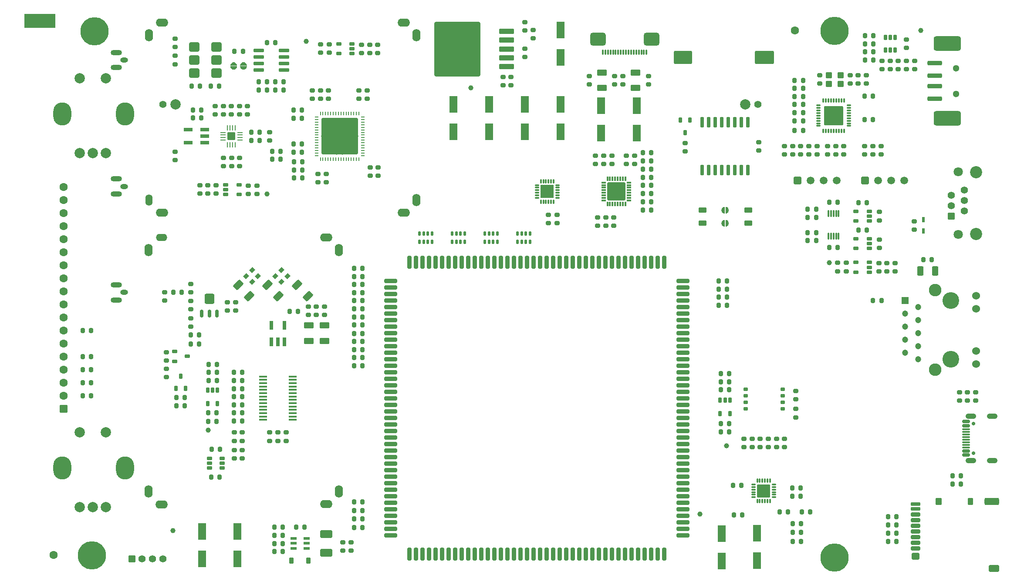
<source format=gbs>
G04*
G04 #@! TF.GenerationSoftware,Altium Limited,Altium Designer,24.4.1 (13)*
G04*
G04 Layer_Color=16711935*
%FSLAX25Y25*%
%MOIN*%
G70*
G04*
G04 #@! TF.SameCoordinates,9BA34CE2-F453-49C1-9203-2D8BC28E9390*
G04*
G04*
G04 #@! TF.FilePolarity,Negative*
G04*
G01*
G75*
G04:AMPARAMS|DCode=17|XSize=35.43mil|YSize=16.73mil|CornerRadius=2.93mil|HoleSize=0mil|Usage=FLASHONLY|Rotation=90.000|XOffset=0mil|YOffset=0mil|HoleType=Round|Shape=RoundedRectangle|*
%AMROUNDEDRECTD17*
21,1,0.03543,0.01088,0,0,90.0*
21,1,0.02958,0.01673,0,0,90.0*
1,1,0.00586,0.00544,0.01479*
1,1,0.00586,0.00544,-0.01479*
1,1,0.00586,-0.00544,-0.01479*
1,1,0.00586,-0.00544,0.01479*
%
%ADD17ROUNDEDRECTD17*%
G04:AMPARAMS|DCode=24|XSize=31.5mil|YSize=37.4mil|CornerRadius=5.2mil|HoleSize=0mil|Usage=FLASHONLY|Rotation=90.000|XOffset=0mil|YOffset=0mil|HoleType=Round|Shape=RoundedRectangle|*
%AMROUNDEDRECTD24*
21,1,0.03150,0.02701,0,0,90.0*
21,1,0.02110,0.03740,0,0,90.0*
1,1,0.01039,0.01350,0.01055*
1,1,0.01039,0.01350,-0.01055*
1,1,0.01039,-0.01350,-0.01055*
1,1,0.01039,-0.01350,0.01055*
%
%ADD24ROUNDEDRECTD24*%
%ADD25O,0.06299X0.09449*%
%ADD26O,0.09449X0.06299*%
%ADD27O,0.08661X0.05512*%
%ADD28O,0.05512X0.08661*%
%ADD29C,0.07087*%
G04:AMPARAMS|DCode=30|XSize=55.43mil|YSize=55.43mil|CornerRadius=9.7mil|HoleSize=0mil|Usage=FLASHONLY|Rotation=270.000|XOffset=0mil|YOffset=0mil|HoleType=Round|Shape=RoundedRectangle|*
%AMROUNDEDRECTD30*
21,1,0.05543,0.03603,0,0,270.0*
21,1,0.03603,0.05543,0,0,270.0*
1,1,0.01940,-0.01802,-0.01802*
1,1,0.01940,-0.01802,0.01802*
1,1,0.01940,0.01802,0.01802*
1,1,0.01940,0.01802,-0.01802*
%
%ADD30ROUNDEDRECTD30*%
%ADD31C,0.05543*%
%ADD32C,0.09291*%
%ADD33C,0.05118*%
%ADD34C,0.05906*%
G04:AMPARAMS|DCode=35|XSize=59.06mil|YSize=59.06mil|CornerRadius=10.34mil|HoleSize=0mil|Usage=FLASHONLY|Rotation=180.000|XOffset=0mil|YOffset=0mil|HoleType=Round|Shape=RoundedRectangle|*
%AMROUNDEDRECTD35*
21,1,0.05906,0.03839,0,0,180.0*
21,1,0.03839,0.05906,0,0,180.0*
1,1,0.02067,-0.01919,0.01919*
1,1,0.02067,0.01919,0.01919*
1,1,0.02067,0.01919,-0.01919*
1,1,0.02067,-0.01919,-0.01919*
%
%ADD35ROUNDEDRECTD35*%
G04:AMPARAMS|DCode=36|XSize=55.12mil|YSize=55.12mil|CornerRadius=9.65mil|HoleSize=0mil|Usage=FLASHONLY|Rotation=180.000|XOffset=0mil|YOffset=0mil|HoleType=Round|Shape=RoundedRectangle|*
%AMROUNDEDRECTD36*
21,1,0.05512,0.03583,0,0,180.0*
21,1,0.03583,0.05512,0,0,180.0*
1,1,0.01929,-0.01791,0.01791*
1,1,0.01929,0.01791,0.01791*
1,1,0.01929,0.01791,-0.01791*
1,1,0.01929,-0.01791,-0.01791*
%
%ADD36ROUNDEDRECTD36*%
%ADD37C,0.05512*%
%ADD38C,0.21654*%
%ADD39O,0.13780X0.17717*%
%ADD40C,0.07874*%
%ADD41C,0.06299*%
G04:AMPARAMS|DCode=42|XSize=62.99mil|YSize=62.99mil|CornerRadius=11.02mil|HoleSize=0mil|Usage=FLASHONLY|Rotation=270.000|XOffset=0mil|YOffset=0mil|HoleType=Round|Shape=RoundedRectangle|*
%AMROUNDEDRECTD42*
21,1,0.06299,0.04095,0,0,270.0*
21,1,0.04095,0.06299,0,0,270.0*
1,1,0.02205,-0.02047,-0.02047*
1,1,0.02205,-0.02047,0.02047*
1,1,0.02205,0.02047,0.02047*
1,1,0.02205,0.02047,-0.02047*
%
%ADD42ROUNDEDRECTD42*%
%ADD43C,0.12795*%
%ADD44C,0.09626*%
%ADD45C,0.04724*%
%ADD46C,0.06024*%
%ADD47R,0.05504X0.05504*%
%ADD48O,0.08268X0.04134*%
%ADD49C,0.02756*%
%ADD50C,0.03950*%
G04:AMPARAMS|DCode=58|XSize=51.18mil|YSize=59.06mil|CornerRadius=8.96mil|HoleSize=0mil|Usage=FLASHONLY|Rotation=270.000|XOffset=0mil|YOffset=0mil|HoleType=Round|Shape=RoundedRectangle|*
%AMROUNDEDRECTD58*
21,1,0.05118,0.04114,0,0,270.0*
21,1,0.03327,0.05906,0,0,270.0*
1,1,0.01791,-0.02057,-0.01663*
1,1,0.01791,-0.02057,0.01663*
1,1,0.01791,0.02057,0.01663*
1,1,0.01791,0.02057,-0.01663*
%
%ADD58ROUNDEDRECTD58*%
G04:AMPARAMS|DCode=59|XSize=31.5mil|YSize=70.87mil|CornerRadius=5.51mil|HoleSize=0mil|Usage=FLASHONLY|Rotation=270.000|XOffset=0mil|YOffset=0mil|HoleType=Round|Shape=RoundedRectangle|*
%AMROUNDEDRECTD59*
21,1,0.03150,0.05984,0,0,270.0*
21,1,0.02047,0.07087,0,0,270.0*
1,1,0.01102,-0.02992,-0.01024*
1,1,0.01102,-0.02992,0.01024*
1,1,0.01102,0.02992,0.01024*
1,1,0.01102,0.02992,-0.01024*
%
%ADD59ROUNDEDRECTD59*%
G04:AMPARAMS|DCode=60|XSize=29.53mil|YSize=70.87mil|CornerRadius=5.17mil|HoleSize=0mil|Usage=FLASHONLY|Rotation=270.000|XOffset=0mil|YOffset=0mil|HoleType=Round|Shape=RoundedRectangle|*
%AMROUNDEDRECTD60*
21,1,0.02953,0.06053,0,0,270.0*
21,1,0.01919,0.07087,0,0,270.0*
1,1,0.01034,-0.03027,-0.00960*
1,1,0.01034,-0.03027,0.00960*
1,1,0.01034,0.03027,0.00960*
1,1,0.01034,0.03027,-0.00960*
%
%ADD60ROUNDEDRECTD60*%
G04:AMPARAMS|DCode=61|XSize=55.12mil|YSize=110.24mil|CornerRadius=9.65mil|HoleSize=0mil|Usage=FLASHONLY|Rotation=270.000|XOffset=0mil|YOffset=0mil|HoleType=Round|Shape=RoundedRectangle|*
%AMROUNDEDRECTD61*
21,1,0.05512,0.09095,0,0,270.0*
21,1,0.03583,0.11024,0,0,270.0*
1,1,0.01929,-0.04547,-0.01791*
1,1,0.01929,-0.04547,0.01791*
1,1,0.01929,0.04547,0.01791*
1,1,0.01929,0.04547,-0.01791*
%
%ADD61ROUNDEDRECTD61*%
G04:AMPARAMS|DCode=62|XSize=55.12mil|YSize=39.37mil|CornerRadius=6.89mil|HoleSize=0mil|Usage=FLASHONLY|Rotation=270.000|XOffset=0mil|YOffset=0mil|HoleType=Round|Shape=RoundedRectangle|*
%AMROUNDEDRECTD62*
21,1,0.05512,0.02559,0,0,270.0*
21,1,0.04134,0.03937,0,0,270.0*
1,1,0.01378,-0.01280,-0.02067*
1,1,0.01378,-0.01280,0.02067*
1,1,0.01378,0.01280,0.02067*
1,1,0.01378,0.01280,-0.02067*
%
%ADD62ROUNDEDRECTD62*%
G04:AMPARAMS|DCode=63|XSize=55.12mil|YSize=47.24mil|CornerRadius=8.27mil|HoleSize=0mil|Usage=FLASHONLY|Rotation=270.000|XOffset=0mil|YOffset=0mil|HoleType=Round|Shape=RoundedRectangle|*
%AMROUNDEDRECTD63*
21,1,0.05512,0.03071,0,0,270.0*
21,1,0.03858,0.04724,0,0,270.0*
1,1,0.01654,-0.01535,-0.01929*
1,1,0.01654,-0.01535,0.01929*
1,1,0.01654,0.01535,0.01929*
1,1,0.01654,0.01535,-0.01929*
%
%ADD63ROUNDEDRECTD63*%
G04:AMPARAMS|DCode=64|XSize=51.18mil|YSize=78.74mil|CornerRadius=8.96mil|HoleSize=0mil|Usage=FLASHONLY|Rotation=270.000|XOffset=0mil|YOffset=0mil|HoleType=Round|Shape=RoundedRectangle|*
%AMROUNDEDRECTD64*
21,1,0.05118,0.06083,0,0,270.0*
21,1,0.03327,0.07874,0,0,270.0*
1,1,0.01791,-0.03041,-0.01663*
1,1,0.01791,-0.03041,0.01663*
1,1,0.01791,0.03041,0.01663*
1,1,0.01791,0.03041,-0.01663*
%
%ADD64ROUNDEDRECTD64*%
G04:AMPARAMS|DCode=65|XSize=78.74mil|YSize=74.8mil|CornerRadius=12.34mil|HoleSize=0mil|Usage=FLASHONLY|Rotation=90.000|XOffset=0mil|YOffset=0mil|HoleType=Round|Shape=RoundedRectangle|*
%AMROUNDEDRECTD65*
21,1,0.07874,0.05012,0,0,90.0*
21,1,0.05406,0.07480,0,0,90.0*
1,1,0.02468,0.02506,0.02703*
1,1,0.02468,0.02506,-0.02703*
1,1,0.02468,-0.02506,-0.02703*
1,1,0.02468,-0.02506,0.02703*
%
%ADD65ROUNDEDRECTD65*%
G04:AMPARAMS|DCode=66|XSize=56.69mil|YSize=23.62mil|CornerRadius=3.9mil|HoleSize=0mil|Usage=FLASHONLY|Rotation=270.000|XOffset=0mil|YOffset=0mil|HoleType=Round|Shape=RoundedRectangle|*
%AMROUNDEDRECTD66*
21,1,0.05669,0.01583,0,0,270.0*
21,1,0.04890,0.02362,0,0,270.0*
1,1,0.00780,-0.00791,-0.02445*
1,1,0.00780,-0.00791,0.02445*
1,1,0.00780,0.00791,0.02445*
1,1,0.00780,0.00791,-0.02445*
%
%ADD66ROUNDEDRECTD66*%
G04:AMPARAMS|DCode=67|XSize=110.24mil|YSize=35.43mil|CornerRadius=8.86mil|HoleSize=0mil|Usage=FLASHONLY|Rotation=180.000|XOffset=0mil|YOffset=0mil|HoleType=Round|Shape=RoundedRectangle|*
%AMROUNDEDRECTD67*
21,1,0.11024,0.01772,0,0,180.0*
21,1,0.09252,0.03543,0,0,180.0*
1,1,0.01772,-0.04626,0.00886*
1,1,0.01772,0.04626,0.00886*
1,1,0.01772,0.04626,-0.00886*
1,1,0.01772,-0.04626,-0.00886*
%
%ADD67ROUNDEDRECTD67*%
G04:AMPARAMS|DCode=68|XSize=208.66mil|YSize=110.24mil|CornerRadius=16.54mil|HoleSize=0mil|Usage=FLASHONLY|Rotation=180.000|XOffset=0mil|YOffset=0mil|HoleType=Round|Shape=RoundedRectangle|*
%AMROUNDEDRECTD68*
21,1,0.20866,0.07717,0,0,180.0*
21,1,0.17559,0.11024,0,0,180.0*
1,1,0.03307,-0.08780,0.03858*
1,1,0.03307,0.08780,0.03858*
1,1,0.03307,0.08780,-0.03858*
1,1,0.03307,-0.08780,-0.03858*
%
%ADD68ROUNDEDRECTD68*%
G04:AMPARAMS|DCode=69|XSize=47.64mil|YSize=71.65mil|CornerRadius=7.86mil|HoleSize=0mil|Usage=FLASHONLY|Rotation=0.000|XOffset=0mil|YOffset=0mil|HoleType=Round|Shape=RoundedRectangle|*
%AMROUNDEDRECTD69*
21,1,0.04764,0.05593,0,0,0.0*
21,1,0.03192,0.07165,0,0,0.0*
1,1,0.01572,0.01596,-0.02797*
1,1,0.01572,-0.01596,-0.02797*
1,1,0.01572,-0.01596,0.02797*
1,1,0.01572,0.01596,0.02797*
%
%ADD69ROUNDEDRECTD69*%
G04:AMPARAMS|DCode=70|XSize=23.62mil|YSize=39.37mil|CornerRadius=3.54mil|HoleSize=0mil|Usage=FLASHONLY|Rotation=180.000|XOffset=0mil|YOffset=0mil|HoleType=Round|Shape=RoundedRectangle|*
%AMROUNDEDRECTD70*
21,1,0.02362,0.03228,0,0,180.0*
21,1,0.01654,0.03937,0,0,180.0*
1,1,0.00709,-0.00827,0.01614*
1,1,0.00709,0.00827,0.01614*
1,1,0.00709,0.00827,-0.01614*
1,1,0.00709,-0.00827,-0.01614*
%
%ADD70ROUNDEDRECTD70*%
G04:AMPARAMS|DCode=71|XSize=353.94mil|YSize=417.32mil|CornerRadius=12.39mil|HoleSize=0mil|Usage=FLASHONLY|Rotation=180.000|XOffset=0mil|YOffset=0mil|HoleType=Round|Shape=RoundedRectangle|*
%AMROUNDEDRECTD71*
21,1,0.35394,0.39255,0,0,180.0*
21,1,0.32916,0.41732,0,0,180.0*
1,1,0.02478,-0.16458,0.19627*
1,1,0.02478,0.16458,0.19627*
1,1,0.02478,0.16458,-0.19627*
1,1,0.02478,-0.16458,-0.19627*
%
%ADD71ROUNDEDRECTD71*%
G04:AMPARAMS|DCode=72|XSize=115.75mil|YSize=41.34mil|CornerRadius=6.82mil|HoleSize=0mil|Usage=FLASHONLY|Rotation=0.000|XOffset=0mil|YOffset=0mil|HoleType=Round|Shape=RoundedRectangle|*
%AMROUNDEDRECTD72*
21,1,0.11575,0.02770,0,0,0.0*
21,1,0.10211,0.04134,0,0,0.0*
1,1,0.01364,0.05105,-0.01385*
1,1,0.01364,-0.05105,-0.01385*
1,1,0.01364,-0.05105,0.01385*
1,1,0.01364,0.05105,0.01385*
%
%ADD72ROUNDEDRECTD72*%
G04:AMPARAMS|DCode=73|XSize=59.06mil|YSize=43.31mil|CornerRadius=7.58mil|HoleSize=0mil|Usage=FLASHONLY|Rotation=0.000|XOffset=0mil|YOffset=0mil|HoleType=Round|Shape=RoundedRectangle|*
%AMROUNDEDRECTD73*
21,1,0.05906,0.02815,0,0,0.0*
21,1,0.04390,0.04331,0,0,0.0*
1,1,0.01516,0.02195,-0.01408*
1,1,0.01516,-0.02195,-0.01408*
1,1,0.01516,-0.02195,0.01408*
1,1,0.01516,0.02195,0.01408*
%
%ADD73ROUNDEDRECTD73*%
%ADD74O,0.01181X0.05709*%
G04:AMPARAMS|DCode=75|XSize=9.84mil|YSize=43.31mil|CornerRadius=1.72mil|HoleSize=0mil|Usage=FLASHONLY|Rotation=270.000|XOffset=0mil|YOffset=0mil|HoleType=Round|Shape=RoundedRectangle|*
%AMROUNDEDRECTD75*
21,1,0.00984,0.03986,0,0,270.0*
21,1,0.00640,0.04331,0,0,270.0*
1,1,0.00345,-0.01993,-0.00320*
1,1,0.00345,-0.01993,0.00320*
1,1,0.00345,0.01993,0.00320*
1,1,0.00345,0.01993,-0.00320*
%
%ADD75ROUNDEDRECTD75*%
G04:AMPARAMS|DCode=76|XSize=9.84mil|YSize=43.31mil|CornerRadius=1.72mil|HoleSize=0mil|Usage=FLASHONLY|Rotation=180.000|XOffset=0mil|YOffset=0mil|HoleType=Round|Shape=RoundedRectangle|*
%AMROUNDEDRECTD76*
21,1,0.00984,0.03986,0,0,180.0*
21,1,0.00640,0.04331,0,0,180.0*
1,1,0.00345,-0.00320,0.01993*
1,1,0.00345,0.00320,0.01993*
1,1,0.00345,0.00320,-0.01993*
1,1,0.00345,-0.00320,-0.01993*
%
%ADD76ROUNDEDRECTD76*%
G04:AMPARAMS|DCode=77|XSize=57.09mil|YSize=57.09mil|CornerRadius=2.85mil|HoleSize=0mil|Usage=FLASHONLY|Rotation=180.000|XOffset=0mil|YOffset=0mil|HoleType=Round|Shape=RoundedRectangle|*
%AMROUNDEDRECTD77*
21,1,0.05709,0.05138,0,0,180.0*
21,1,0.05138,0.05709,0,0,180.0*
1,1,0.00571,-0.02569,0.02569*
1,1,0.00571,0.02569,0.02569*
1,1,0.00571,0.02569,-0.02569*
1,1,0.00571,-0.02569,-0.02569*
%
%ADD77ROUNDEDRECTD77*%
G04:AMPARAMS|DCode=78|XSize=78.74mil|YSize=70.87mil|CornerRadius=11.69mil|HoleSize=0mil|Usage=FLASHONLY|Rotation=0.000|XOffset=0mil|YOffset=0mil|HoleType=Round|Shape=RoundedRectangle|*
%AMROUNDEDRECTD78*
21,1,0.07874,0.04748,0,0,0.0*
21,1,0.05535,0.07087,0,0,0.0*
1,1,0.02339,0.02768,-0.02374*
1,1,0.02339,-0.02768,-0.02374*
1,1,0.02339,-0.02768,0.02374*
1,1,0.02339,0.02768,0.02374*
%
%ADD78ROUNDEDRECTD78*%
G04:AMPARAMS|DCode=79|XSize=43.31mil|YSize=23.62mil|CornerRadius=4.13mil|HoleSize=0mil|Usage=FLASHONLY|Rotation=180.000|XOffset=0mil|YOffset=0mil|HoleType=Round|Shape=RoundedRectangle|*
%AMROUNDEDRECTD79*
21,1,0.04331,0.01535,0,0,180.0*
21,1,0.03504,0.02362,0,0,180.0*
1,1,0.00827,-0.01752,0.00768*
1,1,0.00827,0.01752,0.00768*
1,1,0.00827,0.01752,-0.00768*
1,1,0.00827,-0.01752,-0.00768*
%
%ADD79ROUNDEDRECTD79*%
G04:AMPARAMS|DCode=80|XSize=23.62mil|YSize=31.5mil|CornerRadius=4.13mil|HoleSize=0mil|Usage=FLASHONLY|Rotation=90.000|XOffset=0mil|YOffset=0mil|HoleType=Round|Shape=RoundedRectangle|*
%AMROUNDEDRECTD80*
21,1,0.02362,0.02323,0,0,90.0*
21,1,0.01535,0.03150,0,0,90.0*
1,1,0.00827,0.01161,0.00768*
1,1,0.00827,0.01161,-0.00768*
1,1,0.00827,-0.01161,-0.00768*
1,1,0.00827,-0.01161,0.00768*
%
%ADD80ROUNDEDRECTD80*%
G04:AMPARAMS|DCode=81|XSize=47.24mil|YSize=47.24mil|CornerRadius=7.8mil|HoleSize=0mil|Usage=FLASHONLY|Rotation=270.000|XOffset=0mil|YOffset=0mil|HoleType=Round|Shape=RoundedRectangle|*
%AMROUNDEDRECTD81*
21,1,0.04724,0.03165,0,0,270.0*
21,1,0.03165,0.04724,0,0,270.0*
1,1,0.01559,-0.01583,-0.01583*
1,1,0.01559,-0.01583,0.01583*
1,1,0.01559,0.01583,0.01583*
1,1,0.01559,0.01583,-0.01583*
%
%ADD81ROUNDEDRECTD81*%
G04:AMPARAMS|DCode=82|XSize=41.73mil|YSize=19.68mil|CornerRadius=1.97mil|HoleSize=0mil|Usage=FLASHONLY|Rotation=270.000|XOffset=0mil|YOffset=0mil|HoleType=Round|Shape=RoundedRectangle|*
%AMROUNDEDRECTD82*
21,1,0.04173,0.01575,0,0,270.0*
21,1,0.03780,0.01968,0,0,270.0*
1,1,0.00394,-0.00787,-0.01890*
1,1,0.00394,-0.00787,0.01890*
1,1,0.00394,0.00787,0.01890*
1,1,0.00394,0.00787,-0.01890*
%
%ADD82ROUNDEDRECTD82*%
G04:AMPARAMS|DCode=83|XSize=35.83mil|YSize=48.03mil|CornerRadius=6.27mil|HoleSize=0mil|Usage=FLASHONLY|Rotation=180.000|XOffset=0mil|YOffset=0mil|HoleType=Round|Shape=RoundedRectangle|*
%AMROUNDEDRECTD83*
21,1,0.03583,0.03549,0,0,180.0*
21,1,0.02329,0.04803,0,0,180.0*
1,1,0.01254,-0.01164,0.01775*
1,1,0.01254,0.01164,0.01775*
1,1,0.01254,0.01164,-0.01775*
1,1,0.01254,-0.01164,-0.01775*
%
%ADD83ROUNDEDRECTD83*%
G04:AMPARAMS|DCode=84|XSize=68.9mil|YSize=29.92mil|CornerRadius=2.99mil|HoleSize=0mil|Usage=FLASHONLY|Rotation=0.000|XOffset=0mil|YOffset=0mil|HoleType=Round|Shape=RoundedRectangle|*
%AMROUNDEDRECTD84*
21,1,0.06890,0.02394,0,0,0.0*
21,1,0.06291,0.02992,0,0,0.0*
1,1,0.00598,0.03146,-0.01197*
1,1,0.00598,-0.03146,-0.01197*
1,1,0.00598,-0.03146,0.01197*
1,1,0.00598,0.03146,0.01197*
%
%ADD84ROUNDEDRECTD84*%
G04:AMPARAMS|DCode=85|XSize=59.06mil|YSize=94.49mil|CornerRadius=10.34mil|HoleSize=0mil|Usage=FLASHONLY|Rotation=90.000|XOffset=0mil|YOffset=0mil|HoleType=Round|Shape=RoundedRectangle|*
%AMROUNDEDRECTD85*
21,1,0.05906,0.07382,0,0,90.0*
21,1,0.03839,0.09449,0,0,90.0*
1,1,0.02067,0.03691,0.01919*
1,1,0.02067,0.03691,-0.01919*
1,1,0.02067,-0.03691,-0.01919*
1,1,0.02067,-0.03691,0.01919*
%
%ADD85ROUNDEDRECTD85*%
G04:AMPARAMS|DCode=86|XSize=23.62mil|YSize=78.74mil|CornerRadius=4.13mil|HoleSize=0mil|Usage=FLASHONLY|Rotation=0.000|XOffset=0mil|YOffset=0mil|HoleType=Round|Shape=RoundedRectangle|*
%AMROUNDEDRECTD86*
21,1,0.02362,0.07047,0,0,0.0*
21,1,0.01535,0.07874,0,0,0.0*
1,1,0.00827,0.00768,-0.03524*
1,1,0.00827,-0.00768,-0.03524*
1,1,0.00827,-0.00768,0.03524*
1,1,0.00827,0.00768,0.03524*
%
%ADD86ROUNDEDRECTD86*%
G04:AMPARAMS|DCode=87|XSize=30.32mil|YSize=10.24mil|CornerRadius=1.69mil|HoleSize=0mil|Usage=FLASHONLY|Rotation=180.000|XOffset=0mil|YOffset=0mil|HoleType=Round|Shape=RoundedRectangle|*
%AMROUNDEDRECTD87*
21,1,0.03032,0.00686,0,0,180.0*
21,1,0.02694,0.01024,0,0,180.0*
1,1,0.00338,-0.01347,0.00343*
1,1,0.00338,0.01347,0.00343*
1,1,0.00338,0.01347,-0.00343*
1,1,0.00338,-0.01347,-0.00343*
%
%ADD87ROUNDEDRECTD87*%
G04:AMPARAMS|DCode=88|XSize=30.32mil|YSize=10.24mil|CornerRadius=1.69mil|HoleSize=0mil|Usage=FLASHONLY|Rotation=90.000|XOffset=0mil|YOffset=0mil|HoleType=Round|Shape=RoundedRectangle|*
%AMROUNDEDRECTD88*
21,1,0.03032,0.00686,0,0,90.0*
21,1,0.02694,0.01024,0,0,90.0*
1,1,0.00338,0.00343,0.01347*
1,1,0.00338,0.00343,-0.01347*
1,1,0.00338,-0.00343,-0.01347*
1,1,0.00338,-0.00343,0.01347*
%
%ADD88ROUNDEDRECTD88*%
G04:AMPARAMS|DCode=89|XSize=98.43mil|YSize=98.43mil|CornerRadius=4.92mil|HoleSize=0mil|Usage=FLASHONLY|Rotation=0.000|XOffset=0mil|YOffset=0mil|HoleType=Round|Shape=RoundedRectangle|*
%AMROUNDEDRECTD89*
21,1,0.09843,0.08858,0,0,0.0*
21,1,0.08858,0.09843,0,0,0.0*
1,1,0.00984,0.04429,-0.04429*
1,1,0.00984,-0.04429,-0.04429*
1,1,0.00984,-0.04429,0.04429*
1,1,0.00984,0.04429,0.04429*
%
%ADD89ROUNDEDRECTD89*%
G04:AMPARAMS|DCode=90|XSize=145.67mil|YSize=145.67mil|CornerRadius=7.28mil|HoleSize=0mil|Usage=FLASHONLY|Rotation=180.000|XOffset=0mil|YOffset=0mil|HoleType=Round|Shape=RoundedRectangle|*
%AMROUNDEDRECTD90*
21,1,0.14567,0.13110,0,0,180.0*
21,1,0.13110,0.14567,0,0,180.0*
1,1,0.01457,-0.06555,0.06555*
1,1,0.01457,0.06555,0.06555*
1,1,0.01457,0.06555,-0.06555*
1,1,0.01457,-0.06555,-0.06555*
%
%ADD90ROUNDEDRECTD90*%
G04:AMPARAMS|DCode=91|XSize=31.89mil|YSize=10.63mil|CornerRadius=1.75mil|HoleSize=0mil|Usage=FLASHONLY|Rotation=90.000|XOffset=0mil|YOffset=0mil|HoleType=Round|Shape=RoundedRectangle|*
%AMROUNDEDRECTD91*
21,1,0.03189,0.00712,0,0,90.0*
21,1,0.02838,0.01063,0,0,90.0*
1,1,0.00351,0.00356,0.01419*
1,1,0.00351,0.00356,-0.01419*
1,1,0.00351,-0.00356,-0.01419*
1,1,0.00351,-0.00356,0.01419*
%
%ADD91ROUNDEDRECTD91*%
G04:AMPARAMS|DCode=92|XSize=31.89mil|YSize=10.63mil|CornerRadius=1.75mil|HoleSize=0mil|Usage=FLASHONLY|Rotation=180.000|XOffset=0mil|YOffset=0mil|HoleType=Round|Shape=RoundedRectangle|*
%AMROUNDEDRECTD92*
21,1,0.03189,0.00712,0,0,180.0*
21,1,0.02838,0.01063,0,0,180.0*
1,1,0.00351,-0.01419,0.00356*
1,1,0.00351,0.01419,0.00356*
1,1,0.00351,0.01419,-0.00356*
1,1,0.00351,-0.01419,-0.00356*
%
%ADD92ROUNDEDRECTD92*%
G04:AMPARAMS|DCode=93|XSize=57.87mil|YSize=16.14mil|CornerRadius=1.61mil|HoleSize=0mil|Usage=FLASHONLY|Rotation=180.000|XOffset=0mil|YOffset=0mil|HoleType=Round|Shape=RoundedRectangle|*
%AMROUNDEDRECTD93*
21,1,0.05787,0.01291,0,0,180.0*
21,1,0.05465,0.01614,0,0,180.0*
1,1,0.00323,-0.02732,0.00646*
1,1,0.00323,0.02732,0.00646*
1,1,0.00323,0.02732,-0.00646*
1,1,0.00323,-0.02732,-0.00646*
%
%ADD93ROUNDEDRECTD93*%
G04:AMPARAMS|DCode=94|XSize=31.5mil|YSize=98.43mil|CornerRadius=5.51mil|HoleSize=0mil|Usage=FLASHONLY|Rotation=90.000|XOffset=0mil|YOffset=0mil|HoleType=Round|Shape=RoundedRectangle|*
%AMROUNDEDRECTD94*
21,1,0.03150,0.08740,0,0,90.0*
21,1,0.02047,0.09843,0,0,90.0*
1,1,0.01102,0.04370,0.01024*
1,1,0.01102,0.04370,-0.01024*
1,1,0.01102,-0.04370,-0.01024*
1,1,0.01102,-0.04370,0.01024*
%
%ADD94ROUNDEDRECTD94*%
G04:AMPARAMS|DCode=95|XSize=31.5mil|YSize=98.43mil|CornerRadius=5.51mil|HoleSize=0mil|Usage=FLASHONLY|Rotation=0.000|XOffset=0mil|YOffset=0mil|HoleType=Round|Shape=RoundedRectangle|*
%AMROUNDEDRECTD95*
21,1,0.03150,0.08740,0,0,0.0*
21,1,0.02047,0.09843,0,0,0.0*
1,1,0.01102,0.01024,-0.04370*
1,1,0.01102,-0.01024,-0.04370*
1,1,0.01102,-0.01024,0.04370*
1,1,0.01102,0.01024,0.04370*
%
%ADD95ROUNDEDRECTD95*%
G04:AMPARAMS|DCode=96|XSize=137.8mil|YSize=137.8mil|CornerRadius=6.89mil|HoleSize=0mil|Usage=FLASHONLY|Rotation=90.000|XOffset=0mil|YOffset=0mil|HoleType=Round|Shape=RoundedRectangle|*
%AMROUNDEDRECTD96*
21,1,0.13780,0.12402,0,0,90.0*
21,1,0.12402,0.13780,0,0,90.0*
1,1,0.01378,0.06201,0.06201*
1,1,0.01378,0.06201,-0.06201*
1,1,0.01378,-0.06201,-0.06201*
1,1,0.01378,-0.06201,0.06201*
%
%ADD96ROUNDEDRECTD96*%
%ADD97R,0.01181X0.03347*%
%ADD98R,0.03347X0.01181*%
G04:AMPARAMS|DCode=99|XSize=127.95mil|YSize=62.99mil|CornerRadius=9.45mil|HoleSize=0mil|Usage=FLASHONLY|Rotation=90.000|XOffset=0mil|YOffset=0mil|HoleType=Round|Shape=RoundedRectangle|*
%AMROUNDEDRECTD99*
21,1,0.12795,0.04409,0,0,90.0*
21,1,0.10906,0.06299,0,0,90.0*
1,1,0.01890,0.02205,0.05453*
1,1,0.01890,0.02205,-0.05453*
1,1,0.01890,-0.02205,-0.05453*
1,1,0.01890,-0.02205,0.05453*
%
%ADD99ROUNDEDRECTD99*%
%ADD100C,0.03937*%
G04:AMPARAMS|DCode=101|XSize=139.37mil|YSize=102.36mil|CornerRadius=10.24mil|HoleSize=0mil|Usage=FLASHONLY|Rotation=180.000|XOffset=0mil|YOffset=0mil|HoleType=Round|Shape=RoundedRectangle|*
%AMROUNDEDRECTD101*
21,1,0.13937,0.08189,0,0,180.0*
21,1,0.11890,0.10236,0,0,180.0*
1,1,0.02047,-0.05945,0.04095*
1,1,0.02047,0.05945,0.04095*
1,1,0.02047,0.05945,-0.04095*
1,1,0.02047,-0.05945,-0.04095*
%
%ADD101ROUNDEDRECTD101*%
G04:AMPARAMS|DCode=102|XSize=144.1mil|YSize=102.36mil|CornerRadius=10.24mil|HoleSize=0mil|Usage=FLASHONLY|Rotation=180.000|XOffset=0mil|YOffset=0mil|HoleType=Round|Shape=RoundedRectangle|*
%AMROUNDEDRECTD102*
21,1,0.14410,0.08189,0,0,180.0*
21,1,0.12362,0.10236,0,0,180.0*
1,1,0.02047,-0.06181,0.04095*
1,1,0.02047,0.06181,0.04095*
1,1,0.02047,0.06181,-0.04095*
1,1,0.02047,-0.06181,-0.04095*
%
%ADD102ROUNDEDRECTD102*%
G04:AMPARAMS|DCode=103|XSize=23.62mil|YSize=78.74mil|CornerRadius=4.13mil|HoleSize=0mil|Usage=FLASHONLY|Rotation=90.000|XOffset=0mil|YOffset=0mil|HoleType=Round|Shape=RoundedRectangle|*
%AMROUNDEDRECTD103*
21,1,0.02362,0.07047,0,0,90.0*
21,1,0.01535,0.07874,0,0,90.0*
1,1,0.00827,0.03524,0.00768*
1,1,0.00827,0.03524,-0.00768*
1,1,0.00827,-0.03524,-0.00768*
1,1,0.00827,-0.03524,0.00768*
%
%ADD103ROUNDEDRECTD103*%
G04:AMPARAMS|DCode=104|XSize=7.87mil|YSize=7.87mil|CornerRadius=1.3mil|HoleSize=0mil|Usage=FLASHONLY|Rotation=0.000|XOffset=0mil|YOffset=0mil|HoleType=Round|Shape=RoundedRectangle|*
%AMROUNDEDRECTD104*
21,1,0.00787,0.00528,0,0,0.0*
21,1,0.00528,0.00787,0,0,0.0*
1,1,0.00260,0.00264,-0.00264*
1,1,0.00260,-0.00264,-0.00264*
1,1,0.00260,-0.00264,0.00264*
1,1,0.00260,0.00264,0.00264*
%
%ADD104ROUNDEDRECTD104*%
G04:AMPARAMS|DCode=105|XSize=11.81mil|YSize=39.37mil|CornerRadius=2.07mil|HoleSize=0mil|Usage=FLASHONLY|Rotation=0.000|XOffset=0mil|YOffset=0mil|HoleType=Round|Shape=RoundedRectangle|*
%AMROUNDEDRECTD105*
21,1,0.01181,0.03524,0,0,0.0*
21,1,0.00768,0.03937,0,0,0.0*
1,1,0.00413,0.00384,-0.01762*
1,1,0.00413,-0.00384,-0.01762*
1,1,0.00413,-0.00384,0.01762*
1,1,0.00413,0.00384,0.01762*
%
%ADD105ROUNDEDRECTD105*%
G04:AMPARAMS|DCode=106|XSize=118.11mil|YSize=98.43mil|CornerRadius=17.22mil|HoleSize=0mil|Usage=FLASHONLY|Rotation=0.000|XOffset=0mil|YOffset=0mil|HoleType=Round|Shape=RoundedRectangle|*
%AMROUNDEDRECTD106*
21,1,0.11811,0.06398,0,0,0.0*
21,1,0.08366,0.09843,0,0,0.0*
1,1,0.03445,0.04183,-0.03199*
1,1,0.03445,-0.04183,-0.03199*
1,1,0.03445,-0.04183,0.03199*
1,1,0.03445,0.04183,0.03199*
%
%ADD106ROUNDEDRECTD106*%
G04:AMPARAMS|DCode=107|XSize=27.56mil|YSize=9.84mil|CornerRadius=1.72mil|HoleSize=0mil|Usage=FLASHONLY|Rotation=180.000|XOffset=0mil|YOffset=0mil|HoleType=Round|Shape=RoundedRectangle|*
%AMROUNDEDRECTD107*
21,1,0.02756,0.00640,0,0,180.0*
21,1,0.02411,0.00984,0,0,180.0*
1,1,0.00345,-0.01206,0.00320*
1,1,0.00345,0.01206,0.00320*
1,1,0.00345,0.01206,-0.00320*
1,1,0.00345,-0.01206,-0.00320*
%
%ADD107ROUNDEDRECTD107*%
G04:AMPARAMS|DCode=108|XSize=27.56mil|YSize=9.84mil|CornerRadius=1.72mil|HoleSize=0mil|Usage=FLASHONLY|Rotation=90.000|XOffset=0mil|YOffset=0mil|HoleType=Round|Shape=RoundedRectangle|*
%AMROUNDEDRECTD108*
21,1,0.02756,0.00640,0,0,90.0*
21,1,0.02411,0.00984,0,0,90.0*
1,1,0.00345,0.00320,0.01206*
1,1,0.00345,0.00320,-0.01206*
1,1,0.00345,-0.00320,-0.01206*
1,1,0.00345,-0.00320,0.01206*
%
%ADD108ROUNDEDRECTD108*%
G04:AMPARAMS|DCode=109|XSize=281.5mil|YSize=281.5mil|CornerRadius=14.08mil|HoleSize=0mil|Usage=FLASHONLY|Rotation=270.000|XOffset=0mil|YOffset=0mil|HoleType=Round|Shape=RoundedRectangle|*
%AMROUNDEDRECTD109*
21,1,0.28150,0.25335,0,0,270.0*
21,1,0.25335,0.28150,0,0,270.0*
1,1,0.02815,-0.12667,-0.12667*
1,1,0.02815,-0.12667,0.12667*
1,1,0.02815,0.12667,0.12667*
1,1,0.02815,0.12667,-0.12667*
%
%ADD109ROUNDEDRECTD109*%
G04:AMPARAMS|DCode=110|XSize=23.62mil|YSize=57.09mil|CornerRadius=4.13mil|HoleSize=0mil|Usage=FLASHONLY|Rotation=270.000|XOffset=0mil|YOffset=0mil|HoleType=Round|Shape=RoundedRectangle|*
%AMROUNDEDRECTD110*
21,1,0.02362,0.04882,0,0,270.0*
21,1,0.01535,0.05709,0,0,270.0*
1,1,0.00827,-0.02441,-0.00768*
1,1,0.00827,-0.02441,0.00768*
1,1,0.00827,0.02441,0.00768*
1,1,0.00827,0.02441,-0.00768*
%
%ADD110ROUNDEDRECTD110*%
G04:AMPARAMS|DCode=111|XSize=11.81mil|YSize=57.09mil|CornerRadius=2.07mil|HoleSize=0mil|Usage=FLASHONLY|Rotation=270.000|XOffset=0mil|YOffset=0mil|HoleType=Round|Shape=RoundedRectangle|*
%AMROUNDEDRECTD111*
21,1,0.01181,0.05295,0,0,270.0*
21,1,0.00768,0.05709,0,0,270.0*
1,1,0.00413,-0.02648,-0.00384*
1,1,0.00413,-0.02648,0.00384*
1,1,0.00413,0.02648,0.00384*
1,1,0.00413,0.02648,-0.00384*
%
%ADD111ROUNDEDRECTD111*%
%ADD112O,0.08661X0.04134*%
%ADD113O,0.05906X0.03937*%
G04:AMPARAMS|DCode=114|XSize=49.21mil|YSize=23.23mil|CornerRadius=4.07mil|HoleSize=0mil|Usage=FLASHONLY|Rotation=180.000|XOffset=0mil|YOffset=0mil|HoleType=Round|Shape=RoundedRectangle|*
%AMROUNDEDRECTD114*
21,1,0.04921,0.01510,0,0,180.0*
21,1,0.04108,0.02323,0,0,180.0*
1,1,0.00813,-0.02054,0.00755*
1,1,0.00813,0.02054,0.00755*
1,1,0.00813,0.02054,-0.00755*
1,1,0.00813,-0.02054,-0.00755*
%
%ADD114ROUNDEDRECTD114*%
G04:AMPARAMS|DCode=115|XSize=47.24mil|YSize=75.2mil|CornerRadius=8.27mil|HoleSize=0mil|Usage=FLASHONLY|Rotation=270.000|XOffset=0mil|YOffset=0mil|HoleType=Round|Shape=RoundedRectangle|*
%AMROUNDEDRECTD115*
21,1,0.04724,0.05866,0,0,270.0*
21,1,0.03071,0.07520,0,0,270.0*
1,1,0.01654,-0.02933,-0.01535*
1,1,0.01654,-0.02933,0.01535*
1,1,0.01654,0.02933,0.01535*
1,1,0.01654,0.02933,-0.01535*
%
%ADD115ROUNDEDRECTD115*%
G04:AMPARAMS|DCode=116|XSize=31.5mil|YSize=37.4mil|CornerRadius=5.2mil|HoleSize=0mil|Usage=FLASHONLY|Rotation=0.000|XOffset=0mil|YOffset=0mil|HoleType=Round|Shape=RoundedRectangle|*
%AMROUNDEDRECTD116*
21,1,0.03150,0.02701,0,0,0.0*
21,1,0.02110,0.03740,0,0,0.0*
1,1,0.01039,0.01055,-0.01350*
1,1,0.01039,-0.01055,-0.01350*
1,1,0.01039,-0.01055,0.01350*
1,1,0.01039,0.01055,0.01350*
%
%ADD116ROUNDEDRECTD116*%
G04:AMPARAMS|DCode=117|XSize=47.24mil|YSize=75.2mil|CornerRadius=8.27mil|HoleSize=0mil|Usage=FLASHONLY|Rotation=315.000|XOffset=0mil|YOffset=0mil|HoleType=Round|Shape=RoundedRectangle|*
%AMROUNDEDRECTD117*
21,1,0.04724,0.05866,0,0,315.0*
21,1,0.03071,0.07520,0,0,315.0*
1,1,0.01654,-0.00988,-0.03160*
1,1,0.01654,-0.03160,-0.00988*
1,1,0.01654,0.00988,0.03160*
1,1,0.01654,0.03160,0.00988*
%
%ADD117ROUNDEDRECTD117*%
G04:AMPARAMS|DCode=118|XSize=31.5mil|YSize=37.4mil|CornerRadius=5.2mil|HoleSize=0mil|Usage=FLASHONLY|Rotation=315.000|XOffset=0mil|YOffset=0mil|HoleType=Round|Shape=RoundedRectangle|*
%AMROUNDEDRECTD118*
21,1,0.03150,0.02701,0,0,315.0*
21,1,0.02110,0.03740,0,0,315.0*
1,1,0.01039,-0.00209,-0.01701*
1,1,0.01039,-0.01701,-0.00209*
1,1,0.01039,0.00209,0.01701*
1,1,0.01039,0.01701,0.00209*
%
%ADD118ROUNDEDRECTD118*%
G04:AMPARAMS|DCode=119|XSize=68.9mil|YSize=29.92mil|CornerRadius=2.99mil|HoleSize=0mil|Usage=FLASHONLY|Rotation=270.000|XOffset=0mil|YOffset=0mil|HoleType=Round|Shape=RoundedRectangle|*
%AMROUNDEDRECTD119*
21,1,0.06890,0.02394,0,0,270.0*
21,1,0.06291,0.02992,0,0,270.0*
1,1,0.00598,-0.01197,-0.03146*
1,1,0.00598,-0.01197,0.03146*
1,1,0.00598,0.01197,0.03146*
1,1,0.00598,0.01197,-0.03146*
%
%ADD119ROUNDEDRECTD119*%
G04:AMPARAMS|DCode=120|XSize=7.87mil|YSize=7.87mil|CornerRadius=1.3mil|HoleSize=0mil|Usage=FLASHONLY|Rotation=270.000|XOffset=0mil|YOffset=0mil|HoleType=Round|Shape=RoundedRectangle|*
%AMROUNDEDRECTD120*
21,1,0.00787,0.00528,0,0,270.0*
21,1,0.00528,0.00787,0,0,270.0*
1,1,0.00260,-0.00264,-0.00264*
1,1,0.00260,-0.00264,0.00264*
1,1,0.00260,0.00264,0.00264*
1,1,0.00260,0.00264,-0.00264*
%
%ADD120ROUNDEDRECTD120*%
G04:AMPARAMS|DCode=121|XSize=43.31mil|YSize=23.62mil|CornerRadius=4.13mil|HoleSize=0mil|Usage=FLASHONLY|Rotation=270.000|XOffset=0mil|YOffset=0mil|HoleType=Round|Shape=RoundedRectangle|*
%AMROUNDEDRECTD121*
21,1,0.04331,0.01535,0,0,270.0*
21,1,0.03504,0.02362,0,0,270.0*
1,1,0.00827,-0.00768,-0.01752*
1,1,0.00827,-0.00768,0.01752*
1,1,0.00827,0.00768,0.01752*
1,1,0.00827,0.00768,-0.01752*
%
%ADD121ROUNDEDRECTD121*%
G04:AMPARAMS|DCode=122|XSize=23.62mil|YSize=39.37mil|CornerRadius=3.54mil|HoleSize=0mil|Usage=FLASHONLY|Rotation=270.000|XOffset=0mil|YOffset=0mil|HoleType=Round|Shape=RoundedRectangle|*
%AMROUNDEDRECTD122*
21,1,0.02362,0.03228,0,0,270.0*
21,1,0.01654,0.03937,0,0,270.0*
1,1,0.00709,-0.01614,-0.00827*
1,1,0.00709,-0.01614,0.00827*
1,1,0.00709,0.01614,0.00827*
1,1,0.00709,0.01614,-0.00827*
%
%ADD122ROUNDEDRECTD122*%
%ADD123R,0.09843X0.09843*%
G36*
X25787Y420669D02*
X2034D01*
Y431140D01*
X25787D01*
Y420669D01*
D02*
G37*
G36*
X170431Y394193D02*
X170897Y394000D01*
X171316Y393720D01*
X171673Y393364D01*
X171953Y392944D01*
X172146Y392479D01*
X172244Y391984D01*
Y391732D01*
X167126D01*
Y391984D01*
X167224Y392479D01*
X167417Y392944D01*
X167697Y393364D01*
X168054Y393720D01*
X168473Y394000D01*
X168939Y394193D01*
X169433Y394291D01*
X169937D01*
X170431Y394193D01*
D02*
G37*
G36*
X162951D02*
X163417Y394000D01*
X163836Y393720D01*
X164192Y393364D01*
X164472Y392944D01*
X164665Y392479D01*
X164764Y391984D01*
Y391732D01*
X159646D01*
Y391984D01*
X159744Y392479D01*
X159937Y392944D01*
X160217Y393364D01*
X160573Y393720D01*
X160993Y394000D01*
X161458Y394193D01*
X161953Y394291D01*
X162457D01*
X162951Y394193D01*
D02*
G37*
G36*
X172244Y390890D02*
X172146Y390395D01*
X171953Y389930D01*
X171673Y389510D01*
X171316Y389154D01*
X170897Y388874D01*
X170431Y388681D01*
X169937Y388583D01*
X169433D01*
X168939Y388681D01*
X168473Y388874D01*
X168054Y389154D01*
X167697Y389510D01*
X167417Y389930D01*
X167224Y390395D01*
X167126Y390890D01*
Y391142D01*
X172244D01*
Y390890D01*
D02*
G37*
G36*
X164764D02*
X164665Y390395D01*
X164472Y389930D01*
X164192Y389510D01*
X163836Y389154D01*
X163417Y388874D01*
X162951Y388681D01*
X162457Y388583D01*
X161953D01*
X161458Y388681D01*
X160993Y388874D01*
X160573Y389154D01*
X160217Y389510D01*
X159937Y389930D01*
X159744Y390395D01*
X159646Y390890D01*
Y391142D01*
X164764D01*
Y390890D01*
D02*
G37*
G36*
X539349Y283347D02*
X539815Y283154D01*
X540234Y282874D01*
X540590Y282517D01*
X540870Y282098D01*
X541063Y281632D01*
X541161Y281138D01*
Y280886D01*
Y280634D01*
X541063Y280139D01*
X540870Y279674D01*
X540590Y279255D01*
X540234Y278898D01*
X539815Y278618D01*
X539349Y278425D01*
X538854Y278327D01*
X538602D01*
Y283445D01*
X538854D01*
X539349Y283347D01*
D02*
G37*
G36*
X538012Y278327D02*
X537760D01*
X537265Y278425D01*
X536800Y278618D01*
X536380Y278898D01*
X536024Y279255D01*
X535744Y279674D01*
X535551Y280139D01*
X535453Y280634D01*
Y280886D01*
Y281138D01*
X535551Y281632D01*
X535744Y282098D01*
X536024Y282517D01*
X536380Y282874D01*
X536800Y283154D01*
X537265Y283347D01*
X537760Y283445D01*
X538012D01*
Y278327D01*
D02*
G37*
G36*
X539349Y273346D02*
X539815Y273154D01*
X540234Y272874D01*
X540590Y272517D01*
X540870Y272098D01*
X541063Y271632D01*
X541161Y271138D01*
Y270886D01*
Y270634D01*
X541063Y270139D01*
X540870Y269674D01*
X540590Y269254D01*
X540234Y268898D01*
X539815Y268618D01*
X539349Y268425D01*
X538854Y268327D01*
X538602D01*
Y273445D01*
X538854D01*
X539349Y273346D01*
D02*
G37*
G36*
X538012Y268327D02*
X537760D01*
X537265Y268425D01*
X536800Y268618D01*
X536380Y268898D01*
X536024Y269254D01*
X535744Y269674D01*
X535551Y270139D01*
X535453Y270634D01*
Y270886D01*
Y271138D01*
X535551Y271632D01*
X535744Y272098D01*
X536024Y272517D01*
X536380Y272874D01*
X536800Y273154D01*
X537265Y273346D01*
X537760Y273445D01*
X538012D01*
Y268327D01*
D02*
G37*
D17*
X304528Y256693D02*
D03*
X307677D02*
D03*
X310827D02*
D03*
X313976D02*
D03*
X304528Y262992D02*
D03*
X313976D02*
D03*
X310827D02*
D03*
X307677D02*
D03*
X379528Y256693D02*
D03*
X382677D02*
D03*
X385827D02*
D03*
X388976D02*
D03*
X379528Y262992D02*
D03*
X388976D02*
D03*
X385827D02*
D03*
X382677D02*
D03*
X354528Y256693D02*
D03*
X357677D02*
D03*
X360827D02*
D03*
X363976D02*
D03*
X354528Y262992D02*
D03*
X363976D02*
D03*
X360827D02*
D03*
X357677D02*
D03*
X329528Y256693D02*
D03*
X332677D02*
D03*
X335827D02*
D03*
X338976D02*
D03*
X329528Y262992D02*
D03*
X338976D02*
D03*
X335827D02*
D03*
X332677D02*
D03*
D24*
X440748Y269016D02*
D03*
Y275394D02*
D03*
X225492Y207028D02*
D03*
Y200650D02*
D03*
X110595Y159291D02*
D03*
Y152913D02*
D03*
X231729Y207028D02*
D03*
Y200650D02*
D03*
X646358Y377815D02*
D03*
Y384193D02*
D03*
X219272Y200650D02*
D03*
Y207028D02*
D03*
X251969Y19842D02*
D03*
Y26221D02*
D03*
X245669Y19842D02*
D03*
Y26221D02*
D03*
X655905Y233819D02*
D03*
Y240197D02*
D03*
X668307Y240197D02*
D03*
Y233819D02*
D03*
X662106Y240197D02*
D03*
Y233819D02*
D03*
X624508Y234114D02*
D03*
Y240492D02*
D03*
X631201Y234114D02*
D03*
Y240492D02*
D03*
X117323Y412244D02*
D03*
Y405866D02*
D03*
X657579Y330059D02*
D03*
Y323681D02*
D03*
X656398Y273091D02*
D03*
Y279468D02*
D03*
Y252028D02*
D03*
Y258405D02*
D03*
X682874Y266004D02*
D03*
Y272382D02*
D03*
X168799Y90610D02*
D03*
Y96988D02*
D03*
X162598D02*
D03*
Y90610D02*
D03*
X163681Y203996D02*
D03*
Y210374D02*
D03*
X157382Y203996D02*
D03*
Y210374D02*
D03*
X129331Y224291D02*
D03*
Y217913D02*
D03*
X109252Y217854D02*
D03*
Y211476D02*
D03*
X129331Y211201D02*
D03*
Y204823D02*
D03*
X168799Y104095D02*
D03*
Y110473D02*
D03*
X162598Y104095D02*
D03*
Y110473D02*
D03*
X110630Y165610D02*
D03*
Y171988D02*
D03*
X129331Y198110D02*
D03*
Y191732D02*
D03*
X195965Y104095D02*
D03*
Y110473D02*
D03*
X202264D02*
D03*
Y104095D02*
D03*
X189665Y110473D02*
D03*
Y104095D02*
D03*
X438976Y322677D02*
D03*
Y316299D02*
D03*
X222342Y372776D02*
D03*
Y366398D02*
D03*
X266634Y307244D02*
D03*
Y313622D02*
D03*
X117224Y319350D02*
D03*
Y325728D02*
D03*
X374410Y383110D02*
D03*
Y376732D02*
D03*
X384941Y418465D02*
D03*
Y424843D02*
D03*
X391437Y412657D02*
D03*
Y419035D02*
D03*
X385039Y398189D02*
D03*
Y404567D02*
D03*
X368209Y383110D02*
D03*
Y376732D02*
D03*
X172835Y360571D02*
D03*
Y354193D02*
D03*
X166831Y314488D02*
D03*
Y320866D02*
D03*
X173421Y293268D02*
D03*
Y299646D02*
D03*
X180114Y293268D02*
D03*
Y299646D02*
D03*
X142516Y293563D02*
D03*
Y299941D02*
D03*
X148716Y293563D02*
D03*
Y299941D02*
D03*
X233071Y302224D02*
D03*
Y308602D02*
D03*
X272539Y407717D02*
D03*
Y401339D02*
D03*
X235433Y408012D02*
D03*
Y401634D02*
D03*
X228740Y408012D02*
D03*
Y401634D02*
D03*
X228543Y372776D02*
D03*
Y366398D02*
D03*
X234744D02*
D03*
Y372776D02*
D03*
X260138Y407717D02*
D03*
Y401339D02*
D03*
X266339D02*
D03*
Y407717D02*
D03*
X226870Y302224D02*
D03*
Y308602D02*
D03*
X117224Y399153D02*
D03*
Y392776D02*
D03*
X610630Y377815D02*
D03*
Y384193D02*
D03*
X640158Y377815D02*
D03*
Y384193D02*
D03*
X633957Y377815D02*
D03*
Y384193D02*
D03*
X629134Y330059D02*
D03*
Y323681D02*
D03*
X622933Y330020D02*
D03*
Y323642D02*
D03*
X596161Y323681D02*
D03*
Y330059D02*
D03*
X589961Y323681D02*
D03*
Y330059D02*
D03*
X583760Y323681D02*
D03*
Y330059D02*
D03*
X616732Y330059D02*
D03*
Y323681D02*
D03*
X608563Y330059D02*
D03*
Y323681D02*
D03*
X602362Y330059D02*
D03*
Y323681D02*
D03*
X563976Y326634D02*
D03*
Y333012D02*
D03*
X507776Y332323D02*
D03*
Y325945D02*
D03*
X658465Y395413D02*
D03*
Y389035D02*
D03*
X664665Y395413D02*
D03*
Y389035D02*
D03*
X683268D02*
D03*
Y395413D02*
D03*
X670866D02*
D03*
Y389035D02*
D03*
X677067D02*
D03*
Y395413D02*
D03*
X677067Y405276D02*
D03*
Y411654D02*
D03*
X651378Y323681D02*
D03*
Y330059D02*
D03*
X645177Y323681D02*
D03*
Y330059D02*
D03*
X445276Y322677D02*
D03*
Y316299D02*
D03*
X451575Y322677D02*
D03*
Y316299D02*
D03*
X453150Y269016D02*
D03*
Y275394D02*
D03*
X446949Y269016D02*
D03*
Y275394D02*
D03*
X468898Y322677D02*
D03*
Y316299D02*
D03*
X462697Y322677D02*
D03*
Y316299D02*
D03*
X434236Y383602D02*
D03*
Y377224D02*
D03*
X453823D02*
D03*
Y383602D02*
D03*
X479709D02*
D03*
Y377224D02*
D03*
X460122D02*
D03*
Y383602D02*
D03*
X717618Y134902D02*
D03*
Y141279D02*
D03*
X730020D02*
D03*
Y134902D02*
D03*
X723819D02*
D03*
Y141279D02*
D03*
X592323Y128484D02*
D03*
Y122106D02*
D03*
Y135984D02*
D03*
Y142362D02*
D03*
X558957Y99370D02*
D03*
Y105748D02*
D03*
X552756Y99370D02*
D03*
Y105748D02*
D03*
X565158Y99370D02*
D03*
X565158Y105748D02*
D03*
X577559Y99370D02*
D03*
X577559Y105748D02*
D03*
X583760Y99370D02*
D03*
Y105748D02*
D03*
X571358Y99370D02*
D03*
Y105748D02*
D03*
X409547Y277205D02*
D03*
Y270827D02*
D03*
X403150Y277205D02*
D03*
Y270827D02*
D03*
X166634Y360571D02*
D03*
Y354193D02*
D03*
X154232Y360571D02*
D03*
Y354193D02*
D03*
X136315Y293563D02*
D03*
Y299941D02*
D03*
X148031Y360571D02*
D03*
Y354193D02*
D03*
X160630Y314488D02*
D03*
Y320866D02*
D03*
X154429Y314528D02*
D03*
Y320905D02*
D03*
X189764Y334311D02*
D03*
Y340689D02*
D03*
X160433Y354193D02*
D03*
Y360571D02*
D03*
X264272Y372776D02*
D03*
Y366398D02*
D03*
X258071Y372776D02*
D03*
Y366398D02*
D03*
X272835Y307244D02*
D03*
Y313622D02*
D03*
D25*
X242717Y65305D02*
D03*
Y250147D02*
D03*
X97048D02*
D03*
Y65305D02*
D03*
X302067Y414961D02*
D03*
X302091Y288681D02*
D03*
X97539Y414961D02*
D03*
D26*
X233170Y55462D02*
D03*
X106890Y55438D02*
D03*
X233170Y259990D02*
D03*
X292224Y424508D02*
D03*
X107382D02*
D03*
Y278839D02*
D03*
X292224D02*
D03*
D27*
X106890Y259990D02*
D03*
D28*
X97539Y288681D02*
D03*
D29*
X716634Y310295D02*
D03*
Y262264D02*
D03*
D30*
X711358Y276240D02*
D03*
D31*
X721358Y280256D02*
D03*
X711358Y292303D02*
D03*
X721358Y296319D02*
D03*
X711358Y284272D02*
D03*
X721358Y288287D02*
D03*
D32*
X730413Y309902D02*
D03*
Y262657D02*
D03*
D33*
X714961Y389764D02*
D03*
Y370079D02*
D03*
D34*
X675216Y303543D02*
D03*
X655217D02*
D03*
X665216D02*
D03*
X613583D02*
D03*
X603583D02*
D03*
X623583D02*
D03*
D35*
X645217D02*
D03*
X593583D02*
D03*
D36*
X84252Y13583D02*
D03*
D37*
X92126D02*
D03*
X100000D02*
D03*
X107874D02*
D03*
X563386Y362106D02*
D03*
X107874D02*
D03*
D38*
X622047Y418307D02*
D03*
X53740Y16240D02*
D03*
X55709Y418012D02*
D03*
X622047Y14764D02*
D03*
D39*
X30906Y354596D02*
D03*
X78937D02*
D03*
Y83140D02*
D03*
X30906D02*
D03*
D40*
X44528Y382097D02*
D03*
X64528D02*
D03*
X44528Y324597D02*
D03*
X54528D02*
D03*
X64528D02*
D03*
X117717Y362106D02*
D03*
X553543D02*
D03*
X64528Y53140D02*
D03*
X54528D02*
D03*
X44528D02*
D03*
X64528Y110640D02*
D03*
X44528D02*
D03*
D41*
X32087Y148524D02*
D03*
Y138524D02*
D03*
Y158524D02*
D03*
Y168524D02*
D03*
Y178524D02*
D03*
Y198524D02*
D03*
Y208524D02*
D03*
Y188524D02*
D03*
Y218524D02*
D03*
Y238524D02*
D03*
Y228524D02*
D03*
Y248524D02*
D03*
Y258524D02*
D03*
Y268524D02*
D03*
Y288524D02*
D03*
Y298524D02*
D03*
Y278524D02*
D03*
X24213Y16732D02*
D03*
X591831Y418701D02*
D03*
D42*
X32087Y128524D02*
D03*
D43*
X711024Y211575D02*
D03*
Y166575D02*
D03*
D44*
X699016Y219567D02*
D03*
Y158583D02*
D03*
D45*
X686024Y186555D02*
D03*
Y196555D02*
D03*
Y206555D02*
D03*
X676024Y181595D02*
D03*
Y191595D02*
D03*
Y201594D02*
D03*
X686024Y176555D02*
D03*
X676024Y171595D02*
D03*
X686024Y166555D02*
D03*
D46*
X730315Y205157D02*
D03*
Y172992D02*
D03*
Y215158D02*
D03*
Y162992D02*
D03*
D47*
X676024Y211595D02*
D03*
D48*
X726358Y123012D02*
D03*
Y88996D02*
D03*
X742815Y123012D02*
D03*
Y88996D02*
D03*
D49*
X728445Y117382D02*
D03*
Y94626D02*
D03*
D50*
X333366Y389173D02*
D03*
X326299D02*
D03*
X319232D02*
D03*
X340433D02*
D03*
X347500D02*
D03*
X333366Y396850D02*
D03*
X326299D02*
D03*
X319232D02*
D03*
X340433D02*
D03*
X347500D02*
D03*
X333366Y419980D02*
D03*
X326299D02*
D03*
X319232D02*
D03*
X340433D02*
D03*
X347500D02*
D03*
X333366Y412205D02*
D03*
X326299D02*
D03*
X319232D02*
D03*
X340433D02*
D03*
X347500D02*
D03*
X347480Y404429D02*
D03*
X340413D02*
D03*
X319213D02*
D03*
X326279D02*
D03*
X333347D02*
D03*
X231299Y349508D02*
D03*
X255315Y349508D02*
D03*
X255315Y325492D02*
D03*
X231299Y325492D02*
D03*
X231653Y341742D02*
D03*
X233807Y345472D02*
D03*
X236974Y342814D02*
D03*
X237106Y348240D02*
D03*
X241240Y341080D02*
D03*
X241154Y349713D02*
D03*
X241871Y345642D02*
D03*
X245461Y349713D02*
D03*
X249508Y348240D02*
D03*
X247441Y344660D02*
D03*
X245374Y341080D02*
D03*
X252807Y345472D02*
D03*
X254961Y341742D02*
D03*
X251076Y340328D02*
D03*
X255709Y337500D02*
D03*
X247441D02*
D03*
X254961Y333258D02*
D03*
X251076Y334672D02*
D03*
X252807Y329528D02*
D03*
X249508Y326760D02*
D03*
X247441Y330340D02*
D03*
X245374Y333920D02*
D03*
X245461Y325287D02*
D03*
X241154D02*
D03*
X241871Y329358D02*
D03*
X237106Y326760D02*
D03*
X241240Y333920D02*
D03*
X233807Y329528D02*
D03*
X236974Y332186D02*
D03*
X231653Y333258D02*
D03*
X239173Y337500D02*
D03*
X235039D02*
D03*
X230906D02*
D03*
X243307D02*
D03*
D58*
X684055Y15551D02*
D03*
D59*
Y21654D02*
D03*
Y25984D02*
D03*
Y30315D02*
D03*
Y34646D02*
D03*
Y38976D02*
D03*
Y43307D02*
D03*
Y47638D02*
D03*
D60*
Y51968D02*
D03*
Y55709D02*
D03*
D61*
X742323Y57480D02*
D03*
D62*
X725984D02*
D03*
D63*
X701575D02*
D03*
D64*
X744095Y6299D02*
D03*
D65*
X143543Y212795D02*
D03*
D66*
X137638Y201555D02*
D03*
X143543D02*
D03*
X149449D02*
D03*
D67*
X698602Y393701D02*
D03*
Y383858D02*
D03*
Y375984D02*
D03*
Y366142D02*
D03*
D68*
X708248Y408465D02*
D03*
Y351378D02*
D03*
D69*
X687598Y234154D02*
D03*
X699016D02*
D03*
D70*
X504036Y349902D02*
D03*
X507776Y340453D02*
D03*
X511516Y349902D02*
D03*
X117913Y144193D02*
D03*
X121653Y153642D02*
D03*
X125394Y144193D02*
D03*
D71*
X333347Y404429D02*
D03*
D72*
X371102Y391028D02*
D03*
Y397728D02*
D03*
Y404429D02*
D03*
Y411130D02*
D03*
Y417831D02*
D03*
D73*
X521063Y270886D02*
D03*
X556102D02*
D03*
X521063Y280886D02*
D03*
X556102D02*
D03*
D74*
X617323Y278248D02*
D03*
X619291D02*
D03*
X621260D02*
D03*
X623228D02*
D03*
X625197D02*
D03*
X617323Y260925D02*
D03*
X619291D02*
D03*
X621260D02*
D03*
X623228D02*
D03*
X625197D02*
D03*
D75*
X153937Y340453D02*
D03*
Y338484D02*
D03*
Y336516D02*
D03*
Y334547D02*
D03*
X167028D02*
D03*
Y336516D02*
D03*
Y338484D02*
D03*
Y340453D02*
D03*
D76*
X157480Y331004D02*
D03*
X159449D02*
D03*
X161417D02*
D03*
X163386D02*
D03*
Y344094D02*
D03*
X161417D02*
D03*
X159449D02*
D03*
X157480D02*
D03*
D77*
X160433Y337500D02*
D03*
D78*
X131968Y405965D02*
D03*
Y385965D02*
D03*
Y395965D02*
D03*
X149016Y385965D02*
D03*
Y395965D02*
D03*
Y405965D02*
D03*
D79*
X242618Y400886D02*
D03*
Y408366D02*
D03*
X252854Y400886D02*
D03*
Y404626D02*
D03*
Y408366D02*
D03*
X648622Y240846D02*
D03*
Y237106D02*
D03*
Y233366D02*
D03*
X638386Y240846D02*
D03*
Y233366D02*
D03*
Y251476D02*
D03*
Y258957D02*
D03*
X648622Y251476D02*
D03*
Y255217D02*
D03*
Y258957D02*
D03*
X638386Y272539D02*
D03*
Y280020D02*
D03*
X648622Y272539D02*
D03*
Y276279D02*
D03*
Y280020D02*
D03*
X143583Y90748D02*
D03*
Y87008D02*
D03*
Y83268D02*
D03*
X153465D02*
D03*
Y87008D02*
D03*
Y90748D02*
D03*
X166236Y300394D02*
D03*
Y292913D02*
D03*
X156000Y300394D02*
D03*
Y296654D02*
D03*
Y292913D02*
D03*
D80*
X553937Y128524D02*
D03*
Y133524D02*
D03*
Y138524D02*
D03*
Y143524D02*
D03*
X582283Y128524D02*
D03*
Y133524D02*
D03*
Y138524D02*
D03*
Y143524D02*
D03*
D81*
X617697Y377736D02*
D03*
X626791D02*
D03*
Y384272D02*
D03*
X617697D02*
D03*
D82*
X690158Y273465D02*
D03*
Y264921D02*
D03*
D83*
X219415Y12357D02*
D03*
X206521D02*
D03*
D84*
X127500Y332500D02*
D03*
Y342500D02*
D03*
X140020D02*
D03*
Y337500D02*
D03*
Y332500D02*
D03*
D85*
X232998Y32776D02*
D03*
Y18209D02*
D03*
D86*
X520787Y348130D02*
D03*
X525787D02*
D03*
X530787D02*
D03*
X535787D02*
D03*
X540787D02*
D03*
X545787D02*
D03*
X550787D02*
D03*
X555787D02*
D03*
X520787Y311516D02*
D03*
X525787D02*
D03*
X530787D02*
D03*
X535787D02*
D03*
X540787D02*
D03*
X545787D02*
D03*
X550787D02*
D03*
X555787D02*
D03*
D87*
X560020Y60827D02*
D03*
Y62795D02*
D03*
Y64764D02*
D03*
Y66732D02*
D03*
Y68701D02*
D03*
Y70669D02*
D03*
X575610D02*
D03*
Y68701D02*
D03*
Y66732D02*
D03*
Y64764D02*
D03*
Y62795D02*
D03*
Y60827D02*
D03*
X409961Y290256D02*
D03*
Y292224D02*
D03*
Y294193D02*
D03*
Y296161D02*
D03*
Y298130D02*
D03*
Y300098D02*
D03*
X394370D02*
D03*
Y298130D02*
D03*
Y296161D02*
D03*
Y294193D02*
D03*
Y292224D02*
D03*
Y290256D02*
D03*
D88*
X562894Y73543D02*
D03*
X564862D02*
D03*
X566831D02*
D03*
X568799D02*
D03*
X570768D02*
D03*
X572736D02*
D03*
Y57953D02*
D03*
X570768D02*
D03*
X568799D02*
D03*
X566831D02*
D03*
X564862D02*
D03*
X562894D02*
D03*
X397244Y287382D02*
D03*
X399213D02*
D03*
X401181D02*
D03*
X403150D02*
D03*
X405118D02*
D03*
X407087D02*
D03*
Y302972D02*
D03*
X405118D02*
D03*
X403150D02*
D03*
X401181D02*
D03*
X399213D02*
D03*
X397244D02*
D03*
D89*
X567815Y65748D02*
D03*
D90*
X621358Y353346D02*
D03*
D91*
X629232Y364961D02*
D03*
X627264D02*
D03*
X625295D02*
D03*
X623327D02*
D03*
X621358D02*
D03*
X619390D02*
D03*
X617421D02*
D03*
X615453D02*
D03*
X613484D02*
D03*
Y341732D02*
D03*
X615453D02*
D03*
X617421D02*
D03*
X619390D02*
D03*
X621358D02*
D03*
X623327D02*
D03*
X625295D02*
D03*
X627264D02*
D03*
X629232D02*
D03*
D92*
X609744Y361221D02*
D03*
Y359252D02*
D03*
Y357283D02*
D03*
Y355315D02*
D03*
Y353346D02*
D03*
Y351378D02*
D03*
Y349410D02*
D03*
Y347441D02*
D03*
Y345472D02*
D03*
X632972D02*
D03*
Y347441D02*
D03*
Y349410D02*
D03*
Y351378D02*
D03*
Y353346D02*
D03*
Y355315D02*
D03*
Y357283D02*
D03*
Y359252D02*
D03*
Y361221D02*
D03*
D93*
X184862Y153445D02*
D03*
Y150886D02*
D03*
Y148327D02*
D03*
Y145768D02*
D03*
Y143209D02*
D03*
Y140650D02*
D03*
Y138091D02*
D03*
Y135531D02*
D03*
Y132973D02*
D03*
Y130413D02*
D03*
Y127854D02*
D03*
Y125295D02*
D03*
Y122736D02*
D03*
Y120177D02*
D03*
X207461D02*
D03*
X207461Y122736D02*
D03*
X207461Y125295D02*
D03*
X207461Y127854D02*
D03*
X207461Y130413D02*
D03*
X207461Y132972D02*
D03*
X207461Y135531D02*
D03*
Y138091D02*
D03*
X207461Y140650D02*
D03*
X207461Y143209D02*
D03*
X207461Y145768D02*
D03*
X207461Y148327D02*
D03*
X207461Y150886D02*
D03*
X207461Y153445D02*
D03*
D94*
X505905Y211634D02*
D03*
Y221634D02*
D03*
Y226634D02*
D03*
Y216634D02*
D03*
Y206634D02*
D03*
Y196634D02*
D03*
Y191634D02*
D03*
Y186634D02*
D03*
Y171634D02*
D03*
Y176634D02*
D03*
Y181634D02*
D03*
Y201634D02*
D03*
Y166634D02*
D03*
Y161634D02*
D03*
Y156634D02*
D03*
Y151634D02*
D03*
Y146634D02*
D03*
Y141634D02*
D03*
Y136634D02*
D03*
Y131634D02*
D03*
Y126634D02*
D03*
Y116634D02*
D03*
Y111634D02*
D03*
Y101634D02*
D03*
Y96634D02*
D03*
Y121634D02*
D03*
Y106634D02*
D03*
Y91634D02*
D03*
Y56634D02*
D03*
Y61634D02*
D03*
Y66634D02*
D03*
Y71634D02*
D03*
Y76634D02*
D03*
Y31634D02*
D03*
Y86634D02*
D03*
Y81634D02*
D03*
Y51634D02*
D03*
Y46634D02*
D03*
Y41634D02*
D03*
Y36634D02*
D03*
X282480Y161634D02*
D03*
Y156634D02*
D03*
Y151634D02*
D03*
Y146634D02*
D03*
Y141634D02*
D03*
Y136634D02*
D03*
Y131634D02*
D03*
Y126634D02*
D03*
Y121634D02*
D03*
Y116634D02*
D03*
Y111634D02*
D03*
Y106634D02*
D03*
Y101634D02*
D03*
Y96634D02*
D03*
Y91634D02*
D03*
Y86634D02*
D03*
Y81634D02*
D03*
Y76634D02*
D03*
Y71634D02*
D03*
Y66634D02*
D03*
Y61634D02*
D03*
Y56634D02*
D03*
Y51634D02*
D03*
Y46634D02*
D03*
Y31634D02*
D03*
Y171634D02*
D03*
Y166634D02*
D03*
Y41634D02*
D03*
Y36634D02*
D03*
Y226634D02*
D03*
Y221634D02*
D03*
Y216634D02*
D03*
Y211634D02*
D03*
Y206634D02*
D03*
Y201634D02*
D03*
Y191634D02*
D03*
Y186634D02*
D03*
Y181634D02*
D03*
Y176634D02*
D03*
Y196634D02*
D03*
D95*
X491693Y17421D02*
D03*
X486693D02*
D03*
X481693D02*
D03*
X476693D02*
D03*
X471693D02*
D03*
X466693D02*
D03*
X461693D02*
D03*
X456693D02*
D03*
X451693D02*
D03*
X446693D02*
D03*
X441693D02*
D03*
X436693D02*
D03*
X431693D02*
D03*
X426693D02*
D03*
X421693D02*
D03*
X416693D02*
D03*
X411693D02*
D03*
X406693D02*
D03*
X401693D02*
D03*
X396693D02*
D03*
X391693D02*
D03*
X386693D02*
D03*
X381693D02*
D03*
X376693D02*
D03*
X371693D02*
D03*
X366693D02*
D03*
X361693D02*
D03*
X356693D02*
D03*
X351693D02*
D03*
X346693D02*
D03*
X341693D02*
D03*
X336693D02*
D03*
X331693D02*
D03*
X326693D02*
D03*
X321693D02*
D03*
X316693D02*
D03*
X311693D02*
D03*
X306693D02*
D03*
X301693D02*
D03*
X296693D02*
D03*
Y240846D02*
D03*
X301693D02*
D03*
X306693D02*
D03*
X311693D02*
D03*
X316693D02*
D03*
X321693D02*
D03*
X326693D02*
D03*
X331693D02*
D03*
X336693D02*
D03*
X341693D02*
D03*
X346693D02*
D03*
X351693D02*
D03*
X356693D02*
D03*
X361693D02*
D03*
X366693D02*
D03*
X371693D02*
D03*
X376693D02*
D03*
X381693D02*
D03*
X386693D02*
D03*
X391693D02*
D03*
X396693D02*
D03*
X401693D02*
D03*
X406693D02*
D03*
X411693D02*
D03*
X416693D02*
D03*
X421693D02*
D03*
X426693D02*
D03*
X431693D02*
D03*
X436693D02*
D03*
X441693D02*
D03*
X446693D02*
D03*
X451693D02*
D03*
X456693D02*
D03*
X461693D02*
D03*
X466693D02*
D03*
X471693D02*
D03*
X476693D02*
D03*
X481693D02*
D03*
X486693D02*
D03*
X491693D02*
D03*
D96*
X455118Y295177D02*
D03*
D97*
X462008Y304823D02*
D03*
X460039D02*
D03*
X458071D02*
D03*
X456102D02*
D03*
X454134D02*
D03*
X452165D02*
D03*
X450197D02*
D03*
X448228D02*
D03*
Y285531D02*
D03*
X450197D02*
D03*
X452165D02*
D03*
X454134D02*
D03*
X456102D02*
D03*
X458071D02*
D03*
X460039D02*
D03*
X462008D02*
D03*
D98*
X445472Y302067D02*
D03*
Y300098D02*
D03*
Y298130D02*
D03*
Y296161D02*
D03*
Y294193D02*
D03*
Y292224D02*
D03*
Y290256D02*
D03*
Y288287D02*
D03*
X464764D02*
D03*
Y290256D02*
D03*
Y292224D02*
D03*
Y294193D02*
D03*
Y296161D02*
D03*
Y298130D02*
D03*
Y300098D02*
D03*
Y302067D02*
D03*
D99*
X137992Y13744D02*
D03*
Y34744D02*
D03*
X165157D02*
D03*
Y13744D02*
D03*
X357677Y340878D02*
D03*
Y361878D02*
D03*
X412402D02*
D03*
Y340878D02*
D03*
X385039Y361878D02*
D03*
Y340878D02*
D03*
X330413D02*
D03*
Y361878D02*
D03*
X412402Y398063D02*
D03*
Y419063D02*
D03*
X470571Y360992D02*
D03*
Y339992D02*
D03*
X443405Y360992D02*
D03*
Y339992D02*
D03*
X535630Y33071D02*
D03*
Y12071D02*
D03*
X562795Y33138D02*
D03*
Y12138D02*
D03*
D100*
X518898Y47933D02*
D03*
X688091Y418701D02*
D03*
X539370Y100295D02*
D03*
X617913Y240492D02*
D03*
X142579Y112303D02*
D03*
X115748Y35138D02*
D03*
X217815Y410138D02*
D03*
X187693Y293307D02*
D03*
X343701Y374673D02*
D03*
D101*
X506181Y397933D02*
D03*
D102*
X568386D02*
D03*
D103*
X181299Y388366D02*
D03*
Y393366D02*
D03*
Y398366D02*
D03*
Y403366D02*
D03*
X200590Y388366D02*
D03*
Y393366D02*
D03*
Y398366D02*
D03*
Y403366D02*
D03*
D104*
X536732Y280886D02*
D03*
X539882D02*
D03*
Y270886D02*
D03*
X536732D02*
D03*
D105*
X478150Y401968D02*
D03*
X476181D02*
D03*
X474213D02*
D03*
X472244D02*
D03*
X470276D02*
D03*
X468307D02*
D03*
X466339D02*
D03*
X464370D02*
D03*
X462402D02*
D03*
X460433D02*
D03*
X458465D02*
D03*
X456496D02*
D03*
X454528D02*
D03*
X452559D02*
D03*
X450591D02*
D03*
X448622D02*
D03*
X446654D02*
D03*
X444685D02*
D03*
D106*
X440945Y411811D02*
D03*
X481890D02*
D03*
D107*
X225689Y322736D02*
D03*
Y324705D02*
D03*
Y326673D02*
D03*
Y328642D02*
D03*
Y330610D02*
D03*
Y332579D02*
D03*
Y334547D02*
D03*
Y336516D02*
D03*
Y338484D02*
D03*
Y340453D02*
D03*
Y342421D02*
D03*
Y346358D02*
D03*
Y348327D02*
D03*
Y350295D02*
D03*
Y352264D02*
D03*
X260925Y352264D02*
D03*
Y350295D02*
D03*
Y348327D02*
D03*
Y346358D02*
D03*
Y344390D02*
D03*
Y342421D02*
D03*
Y340453D02*
D03*
Y338484D02*
D03*
Y336516D02*
D03*
Y334547D02*
D03*
Y332579D02*
D03*
Y330610D02*
D03*
Y328642D02*
D03*
Y326673D02*
D03*
Y324705D02*
D03*
Y322736D02*
D03*
X225689Y344390D02*
D03*
D108*
X228543Y355118D02*
D03*
X230512D02*
D03*
X232480D02*
D03*
X234449D02*
D03*
X236417D02*
D03*
X238386D02*
D03*
X240354D02*
D03*
X242323D02*
D03*
X244291D02*
D03*
X246260D02*
D03*
X248228D02*
D03*
X250197D02*
D03*
X252165D02*
D03*
X254134D02*
D03*
X256102D02*
D03*
X258071D02*
D03*
Y319882D02*
D03*
X256102D02*
D03*
X254134D02*
D03*
X252165D02*
D03*
X250197D02*
D03*
X248228D02*
D03*
X246260D02*
D03*
X244291D02*
D03*
X242323D02*
D03*
X240354D02*
D03*
X238386D02*
D03*
X236417D02*
D03*
X234449D02*
D03*
X232480D02*
D03*
X230512D02*
D03*
X228543D02*
D03*
D109*
X243307Y337500D02*
D03*
D110*
X722756Y118799D02*
D03*
Y115650D02*
D03*
Y96358D02*
D03*
Y93209D02*
D03*
D111*
Y106988D02*
D03*
Y108957D02*
D03*
Y110925D02*
D03*
Y112894D02*
D03*
Y105020D02*
D03*
Y103051D02*
D03*
Y101083D02*
D03*
Y99114D02*
D03*
D112*
X72343Y390158D02*
D03*
Y401772D02*
D03*
Y293209D02*
D03*
Y304823D02*
D03*
X72298Y212071D02*
D03*
Y223685D02*
D03*
D113*
X78347Y395965D02*
D03*
Y299016D02*
D03*
X78302Y217878D02*
D03*
D114*
X208175Y29232D02*
D03*
Y25492D02*
D03*
Y21752D02*
D03*
X218057D02*
D03*
Y25492D02*
D03*
Y29232D02*
D03*
D115*
X231594Y180689D02*
D03*
Y192539D02*
D03*
X219783D02*
D03*
Y180689D02*
D03*
X469866Y374488D02*
D03*
Y386339D02*
D03*
X443980D02*
D03*
Y374488D02*
D03*
D116*
X118268Y130807D02*
D03*
X124646D02*
D03*
X118268Y137303D02*
D03*
X124646D02*
D03*
X149252Y156496D02*
D03*
X142874D02*
D03*
X209927Y37947D02*
D03*
X216305D02*
D03*
X533327Y226575D02*
D03*
X539705D02*
D03*
X640413Y286713D02*
D03*
X646791D02*
D03*
X640413Y265650D02*
D03*
X646791D02*
D03*
X618071Y252461D02*
D03*
X624449D02*
D03*
X607913Y257579D02*
D03*
X601535D02*
D03*
X607913Y263779D02*
D03*
X601535D02*
D03*
X607913Y281594D02*
D03*
X601535D02*
D03*
X607913Y275394D02*
D03*
X601535D02*
D03*
X624449Y286811D02*
D03*
X618071D02*
D03*
X214705Y305512D02*
D03*
X208327D02*
D03*
X214705Y311713D02*
D03*
X208327D02*
D03*
X214705Y317913D02*
D03*
X208327D02*
D03*
X214409Y325295D02*
D03*
X208032D02*
D03*
X214409Y331496D02*
D03*
X208032D02*
D03*
X151516Y76378D02*
D03*
X145138D02*
D03*
X205020Y203346D02*
D03*
X211398D02*
D03*
X122480Y217913D02*
D03*
X116102D02*
D03*
X145335Y97638D02*
D03*
X151713D02*
D03*
X142579Y125591D02*
D03*
X148957D02*
D03*
X142579Y118898D02*
D03*
X148957D02*
D03*
X142874Y150295D02*
D03*
X149252D02*
D03*
X162362Y150295D02*
D03*
X168740D02*
D03*
X162362Y137894D02*
D03*
X168740D02*
D03*
X162362Y156496D02*
D03*
X168740D02*
D03*
X162362Y131693D02*
D03*
X168740D02*
D03*
X168740Y144095D02*
D03*
X162362D02*
D03*
X162362Y119291D02*
D03*
X168740D02*
D03*
X162362Y125492D02*
D03*
X168740D02*
D03*
X149252Y162697D02*
D03*
X142874D02*
D03*
X135768Y178445D02*
D03*
X129390D02*
D03*
X135768Y185138D02*
D03*
X129390D02*
D03*
X260709Y161614D02*
D03*
X254331D02*
D03*
X254291Y167815D02*
D03*
X260669D02*
D03*
X596299Y40551D02*
D03*
X589921D02*
D03*
X596299Y33957D02*
D03*
X589921D02*
D03*
X596299Y26870D02*
D03*
X589921D02*
D03*
X169232Y402559D02*
D03*
X162854D02*
D03*
X53031Y188524D02*
D03*
X46654D02*
D03*
X481732Y281102D02*
D03*
X475354D02*
D03*
X481732Y287402D02*
D03*
X475354D02*
D03*
Y293701D02*
D03*
X481732D02*
D03*
X254291Y44193D02*
D03*
X260669D02*
D03*
Y37697D02*
D03*
X254291D02*
D03*
X260669Y174016D02*
D03*
X254291D02*
D03*
X150925Y376083D02*
D03*
X144547D02*
D03*
X690118Y242913D02*
D03*
X696496D02*
D03*
X260669Y199016D02*
D03*
X254291D02*
D03*
X260669Y236319D02*
D03*
X254291D02*
D03*
X260669Y230118D02*
D03*
X254291D02*
D03*
Y217717D02*
D03*
X260669D02*
D03*
Y211516D02*
D03*
X254291D02*
D03*
Y223917D02*
D03*
X260669D02*
D03*
X254291Y192815D02*
D03*
X260669D02*
D03*
Y186417D02*
D03*
X254291D02*
D03*
X260669Y180217D02*
D03*
X254291D02*
D03*
Y50689D02*
D03*
X260669D02*
D03*
Y57185D02*
D03*
X254291D02*
D03*
X208032Y357480D02*
D03*
X214409D02*
D03*
X208032Y351279D02*
D03*
X214409D02*
D03*
X197972Y319882D02*
D03*
X191595D02*
D03*
X197972Y326083D02*
D03*
X191595D02*
D03*
X187697Y379232D02*
D03*
X181319D02*
D03*
X187697Y373031D02*
D03*
X181319D02*
D03*
X200492Y379232D02*
D03*
X194114D02*
D03*
Y373031D02*
D03*
X200492D02*
D03*
X187559Y409350D02*
D03*
X193937D02*
D03*
X136437Y376083D02*
D03*
X130059D02*
D03*
X591496Y341831D02*
D03*
X597874D02*
D03*
X597874Y349410D02*
D03*
X591496D02*
D03*
X591496Y355610D02*
D03*
X597874D02*
D03*
X591496Y361811D02*
D03*
X597874D02*
D03*
X597874Y368012D02*
D03*
X591496D02*
D03*
Y374213D02*
D03*
X597874D02*
D03*
X597874Y380413D02*
D03*
X591496D02*
D03*
X651417Y368307D02*
D03*
X645039D02*
D03*
X651820Y408362D02*
D03*
X645442D02*
D03*
X651820Y414563D02*
D03*
X645442D02*
D03*
X645433Y402165D02*
D03*
X651811D02*
D03*
X651811Y395965D02*
D03*
X645433D02*
D03*
X645039Y350197D02*
D03*
X651417D02*
D03*
X481732Y299902D02*
D03*
X475354D02*
D03*
X481732Y312303D02*
D03*
X475354D02*
D03*
X481732Y306102D02*
D03*
X475354D02*
D03*
X481732Y318504D02*
D03*
X475354D02*
D03*
X481732Y324803D02*
D03*
X475354D02*
D03*
X596988Y49705D02*
D03*
X603366D02*
D03*
X663150Y26969D02*
D03*
X669527D02*
D03*
Y33169D02*
D03*
X663150D02*
D03*
X663150Y39665D02*
D03*
X669528D02*
D03*
X663150Y45866D02*
D03*
X669528D02*
D03*
X712264Y71063D02*
D03*
X718642D02*
D03*
X712264Y77264D02*
D03*
X718642D02*
D03*
X651535Y211614D02*
D03*
X657913D02*
D03*
X535054Y149413D02*
D03*
X541432D02*
D03*
X535054Y143213D02*
D03*
X541432Y143213D02*
D03*
X539705Y220374D02*
D03*
X533327D02*
D03*
X580059Y49705D02*
D03*
X586437D02*
D03*
X544941Y47441D02*
D03*
X551319D02*
D03*
X544449Y70079D02*
D03*
X550827D02*
D03*
X535054Y117228D02*
D03*
X541432D02*
D03*
X535054Y111028D02*
D03*
X541432D02*
D03*
X535054Y155614D02*
D03*
X541432D02*
D03*
X533327Y207874D02*
D03*
X539705D02*
D03*
X533327Y214173D02*
D03*
X539705D02*
D03*
X596102Y68012D02*
D03*
X589724D02*
D03*
Y61516D02*
D03*
X596102D02*
D03*
X53031Y168524D02*
D03*
X46654D02*
D03*
X53031Y138524D02*
D03*
X46654D02*
D03*
X53031Y158524D02*
D03*
X46654D02*
D03*
X53031Y148524D02*
D03*
X46654D02*
D03*
X254291Y205315D02*
D03*
X260669D02*
D03*
X199671Y38046D02*
D03*
X193293D02*
D03*
Y31747D02*
D03*
X199671D02*
D03*
Y19148D02*
D03*
X193293D02*
D03*
X199671Y25447D02*
D03*
X193293D02*
D03*
X130965Y351575D02*
D03*
X137343D02*
D03*
X130965Y357776D02*
D03*
X137343D02*
D03*
X175551Y334350D02*
D03*
X181929D02*
D03*
X175551Y340650D02*
D03*
X181929D02*
D03*
D117*
X174072Y215102D02*
D03*
X165692Y223481D02*
D03*
X210597Y223481D02*
D03*
X218977Y215102D02*
D03*
X188096Y223481D02*
D03*
X196476Y215102D02*
D03*
D118*
X171742Y230386D02*
D03*
X176252Y225876D02*
D03*
X176270Y234914D02*
D03*
X180780Y230404D02*
D03*
X194183Y230386D02*
D03*
X198693Y225876D02*
D03*
X203221Y230404D02*
D03*
X198711Y234914D02*
D03*
D119*
X191205Y179961D02*
D03*
X196205D02*
D03*
X201205D02*
D03*
Y192480D02*
D03*
X191205D02*
D03*
D120*
X162205Y393012D02*
D03*
Y389862D02*
D03*
X169685Y393012D02*
D03*
Y389862D02*
D03*
D121*
X142224Y143012D02*
D03*
X145965D02*
D03*
X149705D02*
D03*
X142224Y132776D02*
D03*
X149705D02*
D03*
X661024Y403524D02*
D03*
X664764D02*
D03*
X668504D02*
D03*
Y413406D02*
D03*
X664764D02*
D03*
X661024D02*
D03*
X534503Y135339D02*
D03*
X538243D02*
D03*
X541983D02*
D03*
X534503Y125102D02*
D03*
X541983D02*
D03*
D122*
X117126Y172539D02*
D03*
X126575Y168799D02*
D03*
X117126Y165059D02*
D03*
D123*
X402165Y295177D02*
D03*
M02*

</source>
